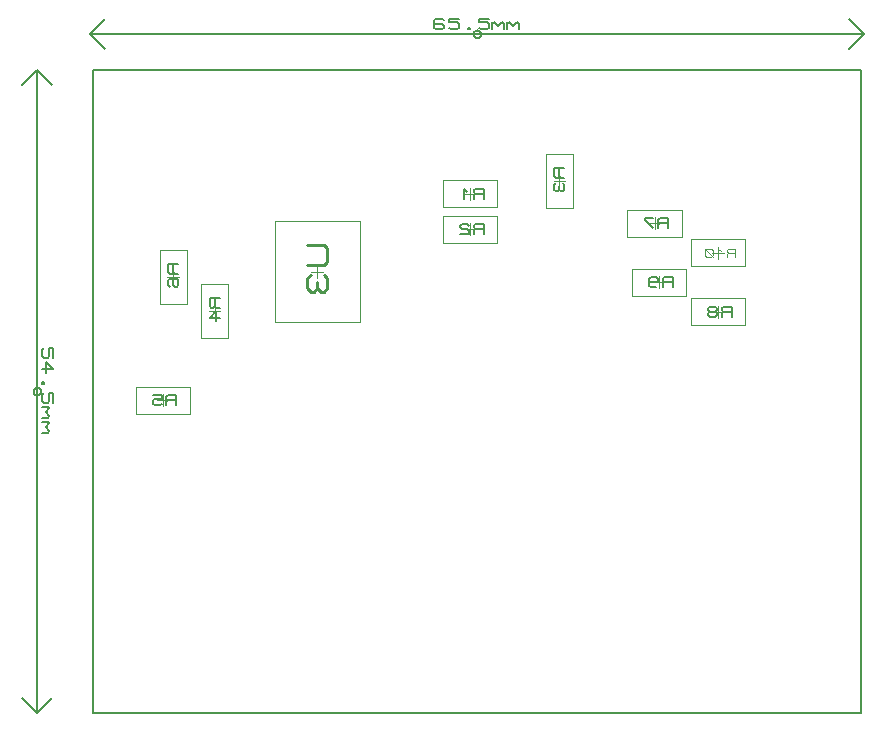
<source format=gbr>
G04 PROTEUS RS274X GERBER FILE*
%FSLAX45Y45*%
%MOMM*%
G01*
%ADD22C,0.203200*%
%ADD39C,0.050000*%
%ADD49C,0.141000*%
%ADD50C,0.285000*%
%ADD51C,0.116250*%
D22*
X+70569Y+50000D02*
X+6570569Y+50000D01*
X+6570569Y+5500000D01*
X+70569Y+5500000D01*
X+70569Y+50000D01*
D39*
X+635569Y+3515000D02*
X+635569Y+3975000D01*
X+865569Y+3975000D01*
X+865569Y+3515000D01*
X+635569Y+3515000D01*
X+800569Y+3745000D02*
X+700569Y+3745000D01*
X+750569Y+3795000D02*
X+750569Y+3695000D01*
D49*
X+792869Y+3857800D02*
X+708269Y+3857800D01*
X+708269Y+3787300D01*
X+722369Y+3773200D01*
X+736469Y+3773200D01*
X+750569Y+3787300D01*
X+750569Y+3857800D01*
X+750569Y+3787300D02*
X+764669Y+3773200D01*
X+792869Y+3773200D01*
X+722369Y+3660400D02*
X+708269Y+3674500D01*
X+708269Y+3716800D01*
X+722369Y+3730900D01*
X+778769Y+3730900D01*
X+792869Y+3716800D01*
X+792869Y+3674500D01*
X+778769Y+3660400D01*
X+764669Y+3660400D01*
X+750569Y+3674500D01*
X+750569Y+3730900D01*
D39*
X+435569Y+2815000D02*
X+895569Y+2815000D01*
X+895569Y+2585000D01*
X+435569Y+2585000D01*
X+435569Y+2815000D01*
X+665569Y+2650000D02*
X+665569Y+2750000D01*
X+715569Y+2700000D02*
X+615569Y+2700000D01*
D49*
X+778369Y+2657700D02*
X+778369Y+2742300D01*
X+707869Y+2742300D01*
X+693769Y+2728200D01*
X+693769Y+2714100D01*
X+707869Y+2700000D01*
X+778369Y+2700000D01*
X+707869Y+2700000D02*
X+693769Y+2685900D01*
X+693769Y+2657700D01*
X+580969Y+2742300D02*
X+651469Y+2742300D01*
X+651469Y+2714100D01*
X+595069Y+2714100D01*
X+580969Y+2700000D01*
X+580969Y+2671800D01*
X+595069Y+2657700D01*
X+637369Y+2657700D01*
X+651469Y+2671800D01*
D39*
X+1215569Y+3685000D02*
X+1215569Y+3225000D01*
X+985569Y+3225000D01*
X+985569Y+3685000D01*
X+1215569Y+3685000D01*
X+1050569Y+3455000D02*
X+1150569Y+3455000D01*
X+1100569Y+3405000D02*
X+1100569Y+3505000D01*
D49*
X+1142869Y+3567800D02*
X+1058269Y+3567800D01*
X+1058269Y+3497300D01*
X+1072369Y+3483200D01*
X+1086469Y+3483200D01*
X+1100569Y+3497300D01*
X+1100569Y+3567800D01*
X+1100569Y+3497300D02*
X+1114669Y+3483200D01*
X+1142869Y+3483200D01*
X+1114669Y+3370400D02*
X+1114669Y+3455000D01*
X+1058269Y+3398600D01*
X+1142869Y+3398600D01*
D39*
X+1610569Y+3365000D02*
X+1610569Y+4215000D01*
X+2330569Y+4215000D01*
X+2330569Y+3365000D01*
X+1610569Y+3365000D01*
X+2020569Y+3790000D02*
X+1920569Y+3790000D01*
X+1970569Y+3840000D02*
X+1970569Y+3740000D01*
D50*
X+1885069Y+4018000D02*
X+2027569Y+4018000D01*
X+2056069Y+3989500D01*
X+2056069Y+3875500D01*
X+2027569Y+3847000D01*
X+1885069Y+3847000D01*
X+1913569Y+3761500D02*
X+1885069Y+3733000D01*
X+1885069Y+3647500D01*
X+1913569Y+3619000D01*
X+1942069Y+3619000D01*
X+1970569Y+3647500D01*
X+1999069Y+3619000D01*
X+2027569Y+3619000D01*
X+2056069Y+3647500D01*
X+2056069Y+3733000D01*
X+2027569Y+3761500D01*
X+1970569Y+3704500D02*
X+1970569Y+3647500D01*
D39*
X+4135569Y+4785000D02*
X+4135569Y+4325000D01*
X+3905569Y+4325000D01*
X+3905569Y+4785000D01*
X+4135569Y+4785000D01*
X+3970569Y+4555000D02*
X+4070569Y+4555000D01*
X+4020569Y+4505000D02*
X+4020569Y+4605000D01*
D49*
X+4062869Y+4667800D02*
X+3978269Y+4667800D01*
X+3978269Y+4597300D01*
X+3992369Y+4583200D01*
X+4006469Y+4583200D01*
X+4020569Y+4597300D01*
X+4020569Y+4667800D01*
X+4020569Y+4597300D02*
X+4034669Y+4583200D01*
X+4062869Y+4583200D01*
X+3992369Y+4540900D02*
X+3978269Y+4526800D01*
X+3978269Y+4484500D01*
X+3992369Y+4470400D01*
X+4006469Y+4470400D01*
X+4020569Y+4484500D01*
X+4034669Y+4470400D01*
X+4048769Y+4470400D01*
X+4062869Y+4484500D01*
X+4062869Y+4526800D01*
X+4048769Y+4540900D01*
X+4020569Y+4512700D02*
X+4020569Y+4484500D01*
D39*
X+3035569Y+4565000D02*
X+3495569Y+4565000D01*
X+3495569Y+4335000D01*
X+3035569Y+4335000D01*
X+3035569Y+4565000D01*
X+3265569Y+4400000D02*
X+3265569Y+4500000D01*
X+3315569Y+4450000D02*
X+3215569Y+4450000D01*
D49*
X+3378369Y+4407700D02*
X+3378369Y+4492300D01*
X+3307869Y+4492300D01*
X+3293769Y+4478200D01*
X+3293769Y+4464100D01*
X+3307869Y+4450000D01*
X+3378369Y+4450000D01*
X+3307869Y+4450000D02*
X+3293769Y+4435900D01*
X+3293769Y+4407700D01*
X+3237369Y+4464100D02*
X+3209169Y+4492300D01*
X+3209169Y+4407700D01*
D39*
X+3035569Y+4265000D02*
X+3495569Y+4265000D01*
X+3495569Y+4035000D01*
X+3035569Y+4035000D01*
X+3035569Y+4265000D01*
X+3265569Y+4100000D02*
X+3265569Y+4200000D01*
X+3315569Y+4150000D02*
X+3215569Y+4150000D01*
D49*
X+3378369Y+4107700D02*
X+3378369Y+4192300D01*
X+3307869Y+4192300D01*
X+3293769Y+4178200D01*
X+3293769Y+4164100D01*
X+3307869Y+4150000D01*
X+3378369Y+4150000D01*
X+3307869Y+4150000D02*
X+3293769Y+4135900D01*
X+3293769Y+4107700D01*
X+3251469Y+4178200D02*
X+3237369Y+4192300D01*
X+3195069Y+4192300D01*
X+3180969Y+4178200D01*
X+3180969Y+4164100D01*
X+3195069Y+4150000D01*
X+3237369Y+4150000D01*
X+3251469Y+4135900D01*
X+3251469Y+4107700D01*
X+3180969Y+4107700D01*
D39*
X+5055569Y+4085000D02*
X+4595569Y+4085000D01*
X+4595569Y+4315000D01*
X+5055569Y+4315000D01*
X+5055569Y+4085000D01*
X+4825569Y+4250000D02*
X+4825569Y+4150000D01*
X+4775569Y+4200000D02*
X+4875569Y+4200000D01*
D49*
X+4938369Y+4157700D02*
X+4938369Y+4242300D01*
X+4867869Y+4242300D01*
X+4853769Y+4228200D01*
X+4853769Y+4214100D01*
X+4867869Y+4200000D01*
X+4938369Y+4200000D01*
X+4867869Y+4200000D02*
X+4853769Y+4185900D01*
X+4853769Y+4157700D01*
X+4811469Y+4242300D02*
X+4740969Y+4242300D01*
X+4740969Y+4228200D01*
X+4811469Y+4157700D01*
D39*
X+5135569Y+3565000D02*
X+5595569Y+3565000D01*
X+5595569Y+3335000D01*
X+5135569Y+3335000D01*
X+5135569Y+3565000D01*
X+5365569Y+3400000D02*
X+5365569Y+3500000D01*
X+5415569Y+3450000D02*
X+5315569Y+3450000D01*
D49*
X+5478369Y+3407700D02*
X+5478369Y+3492300D01*
X+5407869Y+3492300D01*
X+5393769Y+3478200D01*
X+5393769Y+3464100D01*
X+5407869Y+3450000D01*
X+5478369Y+3450000D01*
X+5407869Y+3450000D02*
X+5393769Y+3435900D01*
X+5393769Y+3407700D01*
X+5337369Y+3450000D02*
X+5351469Y+3464100D01*
X+5351469Y+3478200D01*
X+5337369Y+3492300D01*
X+5295069Y+3492300D01*
X+5280969Y+3478200D01*
X+5280969Y+3464100D01*
X+5295069Y+3450000D01*
X+5337369Y+3450000D01*
X+5351469Y+3435900D01*
X+5351469Y+3421800D01*
X+5337369Y+3407700D01*
X+5295069Y+3407700D01*
X+5280969Y+3421800D01*
X+5280969Y+3435900D01*
X+5295069Y+3450000D01*
D39*
X+4635569Y+3815000D02*
X+5095569Y+3815000D01*
X+5095569Y+3585000D01*
X+4635569Y+3585000D01*
X+4635569Y+3815000D01*
X+4865569Y+3650000D02*
X+4865569Y+3750000D01*
X+4915569Y+3700000D02*
X+4815569Y+3700000D01*
D49*
X+4978369Y+3657700D02*
X+4978369Y+3742300D01*
X+4907869Y+3742300D01*
X+4893769Y+3728200D01*
X+4893769Y+3714100D01*
X+4907869Y+3700000D01*
X+4978369Y+3700000D01*
X+4907869Y+3700000D02*
X+4893769Y+3685900D01*
X+4893769Y+3657700D01*
X+4780969Y+3714100D02*
X+4795069Y+3700000D01*
X+4837369Y+3700000D01*
X+4851469Y+3714100D01*
X+4851469Y+3728200D01*
X+4837369Y+3742300D01*
X+4795069Y+3742300D01*
X+4780969Y+3728200D01*
X+4780969Y+3671800D01*
X+4795069Y+3657700D01*
X+4837369Y+3657700D01*
D39*
X+5135569Y+4065000D02*
X+5595569Y+4065000D01*
X+5595569Y+3835000D01*
X+5135569Y+3835000D01*
X+5135569Y+4065000D01*
X+5365569Y+3900000D02*
X+5365569Y+4000000D01*
X+5415569Y+3950000D02*
X+5315569Y+3950000D01*
D51*
X+5505069Y+3915125D02*
X+5505069Y+3984875D01*
X+5446944Y+3984875D01*
X+5435319Y+3973250D01*
X+5435319Y+3961625D01*
X+5446944Y+3950000D01*
X+5505069Y+3950000D01*
X+5446944Y+3950000D02*
X+5435319Y+3938375D01*
X+5435319Y+3915125D01*
X+5388819Y+3961625D02*
X+5365569Y+3984875D01*
X+5365569Y+3915125D01*
X+5319069Y+3926750D02*
X+5319069Y+3973250D01*
X+5307444Y+3984875D01*
X+5260944Y+3984875D01*
X+5249319Y+3973250D01*
X+5249319Y+3926750D01*
X+5260944Y+3915125D01*
X+5307444Y+3915125D01*
X+5319069Y+3926750D01*
X+5319069Y+3915125D02*
X+5249319Y+3984875D01*
D22*
X+50000Y+5800000D02*
X+6600000Y+5800000D01*
X+50000Y+5800000D02*
X+177000Y+5673000D01*
X+50000Y+5800000D02*
X+177000Y+5927000D01*
X+6600000Y+5800000D02*
X+6473000Y+5927000D01*
X+6600000Y+5800000D02*
X+6473000Y+5673000D01*
X+3356750Y+5800000D02*
X+3356641Y+5802634D01*
X+3355751Y+5807903D01*
X+3353889Y+5813172D01*
X+3350846Y+5818441D01*
X+3346191Y+5823643D01*
X+3340922Y+5827469D01*
X+3335653Y+5829909D01*
X+3330384Y+5831290D01*
X+3325115Y+5831750D01*
X+3325000Y+5831750D01*
X+3293250Y+5800000D02*
X+3293359Y+5802634D01*
X+3294249Y+5807903D01*
X+3296111Y+5813172D01*
X+3299154Y+5818441D01*
X+3303809Y+5823643D01*
X+3309078Y+5827469D01*
X+3314347Y+5829909D01*
X+3319616Y+5831290D01*
X+3324885Y+5831750D01*
X+3325000Y+5831750D01*
X+3293250Y+5800000D02*
X+3293359Y+5797366D01*
X+3294249Y+5792097D01*
X+3296111Y+5786828D01*
X+3299154Y+5781559D01*
X+3303809Y+5776357D01*
X+3309078Y+5772531D01*
X+3314347Y+5770091D01*
X+3319616Y+5768710D01*
X+3324885Y+5768250D01*
X+3325000Y+5768250D01*
X+3356750Y+5800000D02*
X+3356641Y+5797366D01*
X+3355751Y+5792097D01*
X+3353889Y+5786828D01*
X+3350846Y+5781559D01*
X+3346191Y+5776357D01*
X+3340922Y+5772531D01*
X+3335653Y+5770091D01*
X+3330384Y+5768710D01*
X+3325115Y+5768250D01*
X+3325000Y+5768250D01*
X+3039250Y+5916840D02*
X+3023375Y+5932080D01*
X+2975750Y+5932080D01*
X+2959875Y+5916840D01*
X+2959875Y+5855880D01*
X+2975750Y+5840640D01*
X+3023375Y+5840640D01*
X+3039250Y+5855880D01*
X+3039250Y+5871120D01*
X+3023375Y+5886360D01*
X+2959875Y+5886360D01*
X+3166250Y+5932080D02*
X+3086875Y+5932080D01*
X+3086875Y+5901600D01*
X+3150375Y+5901600D01*
X+3166250Y+5886360D01*
X+3166250Y+5855880D01*
X+3150375Y+5840640D01*
X+3102750Y+5840640D01*
X+3086875Y+5855880D01*
X+3245625Y+5855880D02*
X+3261500Y+5855880D01*
X+3261500Y+5840640D01*
X+3245625Y+5840640D01*
X+3245625Y+5855880D01*
X+3420250Y+5932080D02*
X+3340875Y+5932080D01*
X+3340875Y+5901600D01*
X+3404375Y+5901600D01*
X+3420250Y+5886360D01*
X+3420250Y+5855880D01*
X+3404375Y+5840640D01*
X+3356750Y+5840640D01*
X+3340875Y+5855880D01*
X+3452000Y+5840640D02*
X+3452000Y+5901600D01*
X+3452000Y+5886360D02*
X+3467875Y+5901600D01*
X+3499625Y+5871120D01*
X+3531375Y+5901600D01*
X+3547250Y+5886360D01*
X+3547250Y+5840640D01*
X+3579000Y+5840640D02*
X+3579000Y+5901600D01*
X+3579000Y+5886360D02*
X+3594875Y+5901600D01*
X+3626625Y+5871120D01*
X+3658375Y+5901600D01*
X+3674250Y+5886360D01*
X+3674250Y+5840640D01*
X-400000Y+5500000D02*
X-400000Y+50000D01*
X-400000Y+5500000D02*
X-527000Y+5373000D01*
X-400000Y+5500000D02*
X-273000Y+5373000D01*
X-400000Y+50000D02*
X-273000Y+177000D01*
X-400000Y+50000D02*
X-527000Y+177000D01*
X-368250Y+2775000D02*
X-368359Y+2777634D01*
X-369249Y+2782903D01*
X-371111Y+2788172D01*
X-374154Y+2793441D01*
X-378809Y+2798643D01*
X-384078Y+2802469D01*
X-389347Y+2804909D01*
X-394616Y+2806290D01*
X-399885Y+2806750D01*
X-400000Y+2806750D01*
X-431750Y+2775000D02*
X-431641Y+2777634D01*
X-430751Y+2782903D01*
X-428889Y+2788172D01*
X-425846Y+2793441D01*
X-421191Y+2798643D01*
X-415922Y+2802469D01*
X-410653Y+2804909D01*
X-405384Y+2806290D01*
X-400115Y+2806750D01*
X-400000Y+2806750D01*
X-431750Y+2775000D02*
X-431641Y+2772366D01*
X-430751Y+2767097D01*
X-428889Y+2761828D01*
X-425846Y+2756559D01*
X-421191Y+2751357D01*
X-415922Y+2747531D01*
X-410653Y+2745091D01*
X-405384Y+2743710D01*
X-400115Y+2743250D01*
X-400000Y+2743250D01*
X-368250Y+2775000D02*
X-368359Y+2772366D01*
X-369249Y+2767097D01*
X-371111Y+2761828D01*
X-374154Y+2756559D01*
X-378809Y+2751357D01*
X-384078Y+2747531D01*
X-389347Y+2745091D01*
X-394616Y+2743710D01*
X-399885Y+2743250D01*
X-400000Y+2743250D01*
X-267920Y+3060750D02*
X-267920Y+3140125D01*
X-298400Y+3140125D01*
X-298400Y+3076625D01*
X-313640Y+3060750D01*
X-344120Y+3060750D01*
X-359360Y+3076625D01*
X-359360Y+3124250D01*
X-344120Y+3140125D01*
X-328880Y+2933750D02*
X-328880Y+3029000D01*
X-267920Y+2965500D01*
X-359360Y+2965500D01*
X-344120Y+2854375D02*
X-344120Y+2838500D01*
X-359360Y+2838500D01*
X-359360Y+2854375D01*
X-344120Y+2854375D01*
X-267920Y+2679750D02*
X-267920Y+2759125D01*
X-298400Y+2759125D01*
X-298400Y+2695625D01*
X-313640Y+2679750D01*
X-344120Y+2679750D01*
X-359360Y+2695625D01*
X-359360Y+2743250D01*
X-344120Y+2759125D01*
X-359360Y+2648000D02*
X-298400Y+2648000D01*
X-313640Y+2648000D02*
X-298400Y+2632125D01*
X-328880Y+2600375D01*
X-298400Y+2568625D01*
X-313640Y+2552750D01*
X-359360Y+2552750D01*
X-359360Y+2521000D02*
X-298400Y+2521000D01*
X-313640Y+2521000D02*
X-298400Y+2505125D01*
X-328880Y+2473375D01*
X-298400Y+2441625D01*
X-313640Y+2425750D01*
X-359360Y+2425750D01*
M02*

</source>
